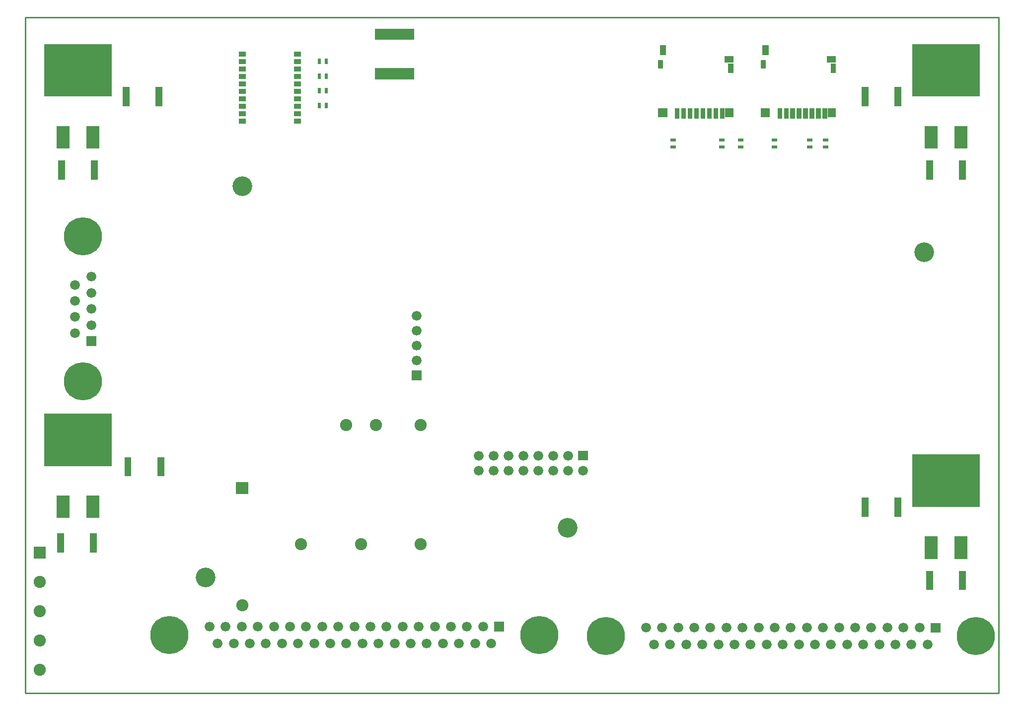
<source format=gbr>
G04 start of page 12 for group -4062 idx -4062 *
G04 Title: DAISI, soldermask *
G04 Creator: pcb 20140316 *
G04 CreationDate: Wed 18 Apr 2018 03:14:34 AM GMT UTC *
G04 For: afonsop *
G04 Format: Gerber/RS-274X *
G04 PCB-Dimensions (mil): 6540.00 4540.00 *
G04 PCB-Coordinate-Origin: lower left *
%MOIN*%
%FSLAX25Y25*%
%LNBOTTOMMASK*%
%ADD173R,0.0330X0.0330*%
%ADD172R,0.0738X0.0738*%
%ADD171R,0.0344X0.0344*%
%ADD170R,0.0423X0.0423*%
%ADD169R,0.0541X0.0541*%
%ADD168R,0.0305X0.0305*%
%ADD167R,0.3530X0.3530*%
%ADD166R,0.0848X0.0848*%
%ADD165R,0.0463X0.0463*%
%ADD164R,0.0200X0.0200*%
%ADD163C,0.1320*%
%ADD162C,0.0817*%
%ADD161C,0.2560*%
%ADD160C,0.0001*%
%ADD159C,0.0660*%
%ADD158C,0.0100*%
G54D158*X0Y454000D02*Y260D01*
X653543D01*
Y454000D01*
X0D01*
G54D159*X600364Y44246D03*
X589564D03*
X578764D03*
X567964D03*
G54D160*G36*
X607864Y47546D02*Y40946D01*
X614464D01*
Y47546D01*
X607864D01*
G37*
G54D161*X638164Y38646D03*
G54D159*X594964Y33046D03*
X584164D03*
X573364D03*
X562564D03*
X557164Y44246D03*
X546364D03*
X535564D03*
X605764Y33046D03*
X551764D03*
X540964D03*
X530164D03*
X470764Y44246D03*
X459964D03*
X449164D03*
X476164Y33046D03*
X465364D03*
X454564D03*
X503164Y44246D03*
X492364D03*
X481564D03*
X486964Y33046D03*
X524764Y44246D03*
X513964D03*
X519364Y33046D03*
X508564D03*
X497764D03*
G54D160*G36*
X259495Y217143D02*Y210543D01*
X266095D01*
Y217143D01*
X259495D01*
G37*
G54D159*X262795Y223843D03*
Y233843D03*
Y243843D03*
Y253843D03*
G54D162*X265551Y180378D03*
X235630D03*
X215551D03*
G54D160*G36*
X314905Y48224D02*Y41624D01*
X321505D01*
Y48224D01*
X314905D01*
G37*
G54D159*X307405Y44924D03*
X296605D03*
X285805D03*
X275005D03*
X264205D03*
G54D162*X265551Y100457D03*
G54D159*X253405Y44924D03*
X242605D03*
X231805D03*
X221005D03*
X210205D03*
X199405D03*
X188605D03*
X177805D03*
G54D162*X185236Y100457D03*
X225394D03*
G54D159*X167005Y44924D03*
X156205D03*
X145405D03*
X134605D03*
X123805D03*
G54D162*X145669Y59315D03*
G54D160*G36*
X371188Y163166D02*Y156566D01*
X377788D01*
Y163166D01*
X371188D01*
G37*
G54D159*X364488Y159866D03*
X354488D03*
X374488Y149866D03*
X364488D03*
X354488D03*
X344488D03*
X334488D03*
X324488D03*
X344488Y159866D03*
X334488D03*
X324488D03*
X314488D03*
Y149866D03*
X304488Y159866D03*
Y149866D03*
G54D160*G36*
X141585Y142140D02*Y133970D01*
X149754D01*
Y142140D01*
X141585D01*
G37*
G36*
X41253Y240017D02*Y233417D01*
X47853D01*
Y240017D01*
X41253D01*
G37*
G54D159*X33353Y242117D03*
Y252917D03*
G54D161*X38953Y209717D03*
G54D159*X44553Y247517D03*
Y258317D03*
Y269117D03*
Y279917D03*
X33353Y263717D03*
Y274517D03*
G54D161*X38953Y306917D03*
G54D159*X312805Y33724D03*
X302005D03*
X291205D03*
G54D161*X345205Y39324D03*
G54D159*X280405Y33724D03*
X269605D03*
X258805D03*
X248005D03*
X237205D03*
X226405D03*
X215605D03*
X204805D03*
X194005D03*
X183205D03*
X172405D03*
X161605D03*
X150805D03*
X140005D03*
X129205D03*
G54D161*X96805Y39324D03*
G54D160*G36*
X5758Y98833D02*Y90663D01*
X13927D01*
Y98833D01*
X5758D01*
G37*
G54D162*X9843Y75063D03*
Y55378D03*
Y35693D03*
Y16008D03*
G54D159*X427564Y44246D03*
X416764D03*
X438364D03*
X443764Y33046D03*
X432964D03*
X422164D03*
G54D161*X389764Y38646D03*
G54D163*X145669Y340811D03*
X121063Y78016D03*
X603346Y296520D03*
X364173Y111480D03*
G54D164*X479515Y371654D02*X481115D01*
X479515Y367054D02*X481115D01*
X466720Y371654D02*X468320D01*
X466720Y367054D02*X468320D01*
G54D165*X68965Y156492D02*Y148224D01*
X91012Y156492D02*Y148224D01*
G54D166*X45433Y128941D02*Y122130D01*
X25433Y128941D02*Y122130D01*
G54D165*X23689Y105311D02*Y97043D01*
X45736Y105311D02*Y97043D01*
G54D167*X30433Y170535D02*X40433D01*
X613110Y142976D02*X623110D01*
G54D165*X563780Y129394D02*Y121126D01*
X585827Y129394D02*Y121126D01*
G54D166*X628110Y101382D02*Y94571D01*
G54D165*X629134Y80181D02*Y71913D01*
G54D166*X608110Y101382D02*Y94571D01*
G54D165*X607087Y80181D02*Y71913D01*
X563780Y404984D02*Y396717D01*
X585827Y404984D02*Y396717D01*
X607087Y355772D02*Y347504D01*
G54D166*X608110Y376972D02*Y370161D01*
G54D165*X629134Y355772D02*Y347504D01*
G54D166*X628110Y376972D02*Y370161D01*
G54D167*X613110Y418567D02*X623110D01*
G54D164*X536602Y371654D02*X538202D01*
X536602Y367054D02*X538202D01*
X525775Y371654D02*X527375D01*
X525775Y367054D02*X527375D01*
X502153Y371654D02*X503753D01*
X502153Y367054D02*X503753D01*
G54D168*X532480Y391598D02*Y387465D01*
X536811Y391598D02*Y387465D01*
G54D169*X541535Y390417D02*Y389630D01*
G54D168*X515157Y391598D02*Y387465D01*
X519488Y391598D02*Y387465D01*
X523819Y391598D02*Y387465D01*
X528150Y391598D02*Y387465D01*
X506496Y391598D02*Y387465D01*
X510827Y391598D02*Y387465D01*
G54D170*X497047Y433134D02*Y430969D01*
G54D171*X495472Y423685D02*Y421323D01*
G54D160*G36*
X493750Y393124D02*Y386923D01*
X499951D01*
Y393124D01*
X493750D01*
G37*
G54D171*X542520Y421323D02*Y418567D01*
G54D170*X540354Y425850D02*X542126D01*
G54D164*X434239Y371654D02*X435839D01*
X434239Y367054D02*X435839D01*
G54D168*X437598Y391598D02*Y387465D01*
G54D160*G36*
X424852Y393124D02*Y386923D01*
X431053D01*
Y393124D01*
X424852D01*
G37*
G54D170*X428150Y433134D02*Y430969D01*
G54D171*X426575Y423685D02*Y421323D01*
X473622D02*Y418567D01*
G54D170*X471457Y425850D02*X473228D01*
G54D169*X472638Y390417D02*Y389630D01*
G54D168*X441929Y391598D02*Y387465D01*
X454921Y391598D02*Y387465D01*
X459252Y391598D02*Y387465D01*
X446260Y391598D02*Y387465D01*
X450591Y391598D02*Y387465D01*
X463583Y391598D02*Y387465D01*
X467913Y391598D02*Y387465D01*
G54D165*X24409Y355772D02*Y347504D01*
G54D166*X25433Y376972D02*Y370161D01*
G54D165*X46457Y355772D02*Y347504D01*
G54D166*X45433Y376972D02*Y370161D01*
G54D167*X30433Y418567D02*X40433D01*
G54D172*X238583Y416205D02*X257480D01*
X238583Y442583D02*X257480D01*
G54D173*X145120Y384256D02*X146620D01*
X145120Y389256D02*X146620D01*
X145120Y394256D02*X146620D01*
X145120Y399256D02*X146620D01*
G54D165*X89764Y404984D02*Y396717D01*
X67717Y404984D02*Y396717D01*
G54D173*X145120Y404256D02*X146620D01*
X145120Y409256D02*X146620D01*
X145120Y414256D02*X146620D01*
X145120Y419256D02*X146620D01*
X145120Y424256D02*X146620D01*
X145120Y429256D02*X146620D01*
G54D164*X202103Y425272D02*Y423672D01*
X197503Y425272D02*Y423672D01*
G54D173*X182120Y429256D02*X183620D01*
X182120Y424256D02*X183620D01*
G54D164*X202103Y395745D02*Y394145D01*
X197503Y395745D02*Y394145D01*
X202103Y415430D02*Y413830D01*
X197503Y415430D02*Y413830D01*
X202103Y405587D02*Y403987D01*
X197503Y405587D02*Y403987D01*
G54D173*X182120Y419256D02*X183620D01*
X182120Y414256D02*X183620D01*
X182120Y409256D02*X183620D01*
X182120Y404256D02*X183620D01*
X182120Y399256D02*X183620D01*
X182120Y394256D02*X183620D01*
X182120Y389256D02*X183620D01*
X182120Y384256D02*X183620D01*
M02*

</source>
